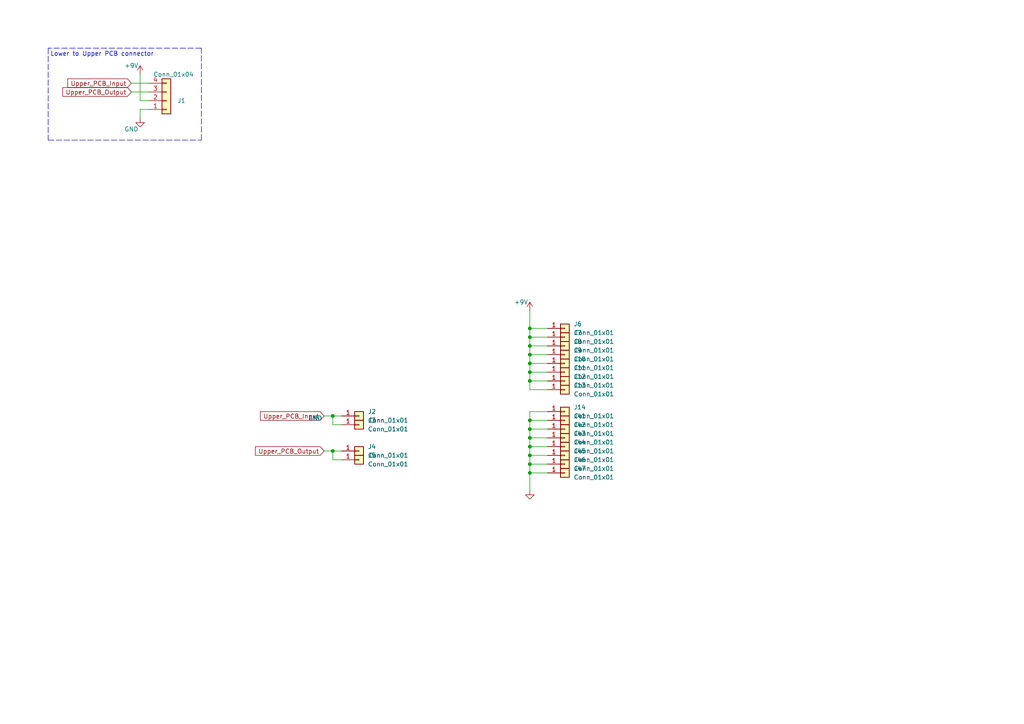
<source format=kicad_sch>
(kicad_sch (version 20211123) (generator eeschema)
  (paper "A4")
  (title_block (title "PedalDev_UpperRaw") (date "2022-02-21") (company "Binary-6"))
  (lib_symbols
    (symbol "Connector_Generic:Conn_01x01" (pin_names (offset 1.016) hide)
      (property "Reference" "J" (at 0 2.54 0))
      (property "Value" "Conn_01x01" (at 0 -2.54 0))
      (symbol "Conn_01x01_1_1"
        (rectangle (start -1.27 0.127) (end 0 -0.127) (stroke (width 0.1524)))
        (rectangle (start -1.27 1.27) (end 1.27 -1.27) (stroke (width 0.254)) (fill (type background)))
        (pin passive line (at -5.08 0 0) (length 3.81) (name "Pin_1") (number "1"))
      )
    )
    (symbol "Connector_Generic:Conn_01x04" (pin_names (offset 1.016) hide)
      (property "Reference" "J" (at 0 5.08 0))
      (property "Value" "Conn_01x04" (at 0 -7.62 0))
      (symbol "Conn_01x04_1_1"
        (rectangle (start -1.27 -4.953) (end 0 -5.207) (stroke (width 0.1524)))
        (rectangle (start -1.27 -2.413) (end 0 -2.667) (stroke (width 0.1524)))
        (rectangle (start -1.27 0.127) (end 0 -0.127) (stroke (width 0.1524)))
        (rectangle (start -1.27 2.667) (end 0 2.413) (stroke (width 0.1524)))
        (rectangle (start -1.27 3.81) (end 1.27 -6.35) (stroke (width 0.254)) (fill (type background)))
        (pin passive line (at -5.08 2.54 0) (length 3.81) (name "Pin_1") (number "1"))
        (pin passive line (at -5.08 0 0) (length 3.81) (name "Pin_2") (number "2"))
        (pin passive line (at -5.08 -2.54 0) (length 3.81) (name "Pin_3") (number "3"))
        (pin passive line (at -5.08 -5.08 0) (length 3.81) (name "Pin_4") (number "4"))
      )
    )
    (symbol "power:+9V" (power) (pin_names (offset 0))
      (property "Value" "+9V" (at 0 3.556 0))
      (symbol "+9V_0_1"
        (polyline (pts (xy -0.762 1.27) (xy 0 2.54)))
        (polyline (pts (xy 0 0) (xy 0 2.54)))
        (polyline (pts (xy 0 2.54) (xy 0.762 1.27)))
      )
      (symbol "+9V_1_1"
        (pin power_in line (at 0 0 90) (length 0) hide (name "+9V") (number "1"))
      )
    )
    (symbol "power:GND" (power) (pin_names (offset 0))
      (property "Value" "GND" (at 0 -3.81 0))
      (symbol "GND_0_1"
        (polyline (pts (xy 0 0) (xy 0 -1.27) (xy 1.27 -1.27) (xy 0 -2.54) (xy -1.27 -1.27) (xy 0 -1.27)))
      )
      (symbol "GND_1_1"
        (pin power_in line (at 0 0 270) (length 0) hide (name "GND") (number "1"))
      )
    )
  )
  (junction (at 153.67 134.62))
  (junction (at 153.67 110.49))
  (junction (at 96.52 120.65))
  (junction (at 153.67 137.16))
  (junction (at 153.67 100.33))
  (junction (at 153.67 105.41))
  (junction (at 153.67 97.79))
  (junction (at 153.67 107.95))
  (junction (at 153.67 129.54))
  (junction (at 96.52 130.81))
  (junction (at 153.67 121.92))
  (junction (at 153.67 127))
  (junction (at 153.67 132.08))
  (junction (at 153.67 95.25))
  (junction (at 153.67 124.46))
  (junction (at 153.67 102.87))
  (polyline (pts (xy 58.42 40.64) (xy 58.42 13.97)))
  (wire (pts (xy 43.18 31.75) (xy 40.64 31.75)))
  (wire (pts (xy 153.67 127) (xy 153.67 129.54)))
  (wire (pts (xy 158.75 107.95) (xy 153.67 107.95)))
  (wire (pts (xy 153.67 119.38) (xy 153.67 121.92)))
  (wire (pts (xy 158.75 110.49) (xy 153.67 110.49)))
  (wire (pts (xy 40.64 21.59) (xy 40.64 29.21)))
  (wire (pts (xy 158.75 100.33) (xy 153.67 100.33)))
  (wire (pts (xy 158.75 124.46) (xy 153.67 124.46)))
  (wire (pts (xy 158.75 102.87) (xy 153.67 102.87)))
  (wire (pts (xy 96.52 123.19) (xy 96.52 120.65)))
  (wire (pts (xy 158.75 97.79) (xy 153.67 97.79)))
  (wire (pts (xy 158.75 129.54) (xy 153.67 129.54)))
  (polyline (pts (xy 13.97 40.64) (xy 58.42 40.64)))
  (wire (pts (xy 158.75 105.41) (xy 153.67 105.41)))
  (wire (pts (xy 99.06 133.35) (xy 96.52 133.35)))
  (wire (pts (xy 153.67 102.87) (xy 153.67 100.33)))
  (polyline (pts (xy 58.42 13.97) (xy 13.97 13.97)))
  (wire (pts (xy 158.75 132.08) (xy 153.67 132.08)))
  (wire (pts (xy 153.67 134.62) (xy 153.67 137.16)))
  (wire (pts (xy 158.75 119.38) (xy 153.67 119.38)))
  (wire (pts (xy 153.67 113.03) (xy 153.67 110.49)))
  (wire (pts (xy 153.67 102.87) (xy 153.67 105.41)))
  (wire (pts (xy 96.52 120.65) (xy 99.06 120.65)))
  (wire (pts (xy 158.75 113.03) (xy 153.67 113.03)))
  (wire (pts (xy 93.98 130.81) (xy 96.52 130.81)))
  (wire (pts (xy 153.67 132.08) (xy 153.67 134.62)))
  (wire (pts (xy 38.1 26.67) (xy 43.18 26.67)))
  (wire (pts (xy 153.67 100.33) (xy 153.67 97.79)))
  (wire (pts (xy 158.75 95.25) (xy 153.67 95.25)))
  (wire (pts (xy 158.75 121.92) (xy 153.67 121.92)))
  (wire (pts (xy 153.67 110.49) (xy 153.67 107.95)))
  (wire (pts (xy 40.64 31.75) (xy 40.64 34.29)))
  (wire (pts (xy 93.98 120.65) (xy 96.52 120.65)))
  (wire (pts (xy 153.67 124.46) (xy 153.67 127)))
  (wire (pts (xy 153.67 142.24) (xy 153.67 137.16)))
  (wire (pts (xy 153.67 97.79) (xy 153.67 95.25)))
  (wire (pts (xy 38.1 24.13) (xy 43.18 24.13)))
  (wire (pts (xy 158.75 127) (xy 153.67 127)))
  (wire (pts (xy 153.67 95.25) (xy 153.67 90.17)))
  (wire (pts (xy 96.52 133.35) (xy 96.52 130.81)))
  (wire (pts (xy 99.06 123.19) (xy 96.52 123.19)))
  (wire (pts (xy 96.52 130.81) (xy 99.06 130.81)))
  (wire (pts (xy 153.67 129.54) (xy 153.67 132.08)))
  (wire (pts (xy 153.67 137.16) (xy 158.75 137.16)))
  (wire (pts (xy 40.64 29.21) (xy 43.18 29.21)))
  (wire (pts (xy 153.67 121.92) (xy 153.67 124.46)))
  (wire (pts (xy 153.67 107.95) (xy 153.67 105.41)))
  (wire (pts (xy 158.75 134.62) (xy 153.67 134.62)))
  (polyline (pts (xy 13.97 13.97) (xy 13.97 40.64)))
  (text "Lower to Upper PCB connector" (at 14.605 16.51 0) (effects (font (size 1.27 1.27)) (justify left bottom)))
  (global_label "Upper_PCB_Input" (shape input) (at 38.1 24.13 180) (property "Intersheet References" "${INTERSHEET_REFS}" (effects hide)))
  (global_label "Upper_PCB_Output" (shape input) (at 93.98 130.81 180) (property "Intersheet References" "${INTERSHEET_REFS}" (effects hide)))
  (global_label "Upper_PCB_Input" (shape input) (at 93.98 120.65 180) (property "Intersheet References" "${INTERSHEET_REFS}" (effects hide)))
  (global_label "Upper_PCB_Output" (shape input) (at 38.1 26.67 180) (property "Intersheet References" "${INTERSHEET_REFS}" (effects hide)))
  (symbol (lib_id "Connector_Generic:Conn_01x01") (at 104.14 133.35 0) (unit 1)
    (property "Reference" "J5" (at 106.68 132.0799 0) (effects (justify left)))
    (property "Value" "Conn_01x01" (at 106.68 134.6199 0) (effects (justify left)))
    (property "Footprint" "MeineBib:Protopin" (effects hide))
  )
  (symbol (lib_id "Connector_Generic:Conn_01x01") (at 163.83 110.49 0) (unit 1)
    (property "Reference" "J12" (at 166.37 109.2199 0) (effects (justify left)))
    (property "Value" "Conn_01x01" (at 166.37 111.7599 0) (effects (justify left)))
    (property "Footprint" "MeineBib:Protopin" (effects hide))
  )
  (symbol (lib_id "Connector_Generic:Conn_01x01") (at 104.14 123.19 0) (unit 1)
    (property "Reference" "J3" (at 106.68 121.9199 0) (effects (justify left)))
    (property "Value" "Conn_01x01" (at 106.68 124.4599 0) (effects (justify left)))
    (property "Footprint" "MeineBib:Protopin" (effects hide))
  )
  (symbol (lib_id "Connector_Generic:Conn_01x01") (at 163.83 100.33 0) (unit 1)
    (property "Reference" "J8" (at 166.37 99.0599 0) (effects (justify left)))
    (property "Value" "Conn_01x01" (at 166.37 101.5999 0) (effects (justify left)))
    (property "Footprint" "MeineBib:Protopin" (effects hide))
  )
  (symbol (lib_id "Connector_Generic:Conn_01x01") (at 163.83 121.92 0) (unit 1)
    (property "Reference" "J41" (at 166.37 120.6499 0) (effects (justify left)))
    (property "Value" "Conn_01x01" (at 166.37 123.1899 0) (effects (justify left)))
    (property "Footprint" "MeineBib:Protopin" (effects hide))
  )
  (symbol (lib_id "Connector_Generic:Conn_01x04") (at 48.26 29.21 0) (mirror x) (unit 1)
    (property "Reference" "J1" (at 51.435 29.2101 0) (effects (justify left)))
    (property "Value" "Conn_01x04" (at 44.45 21.59 0) (effects (justify left)))
    (property "Footprint" "Connector_JST:JST_XH_B4B-XH-A_1x04_P2.50mm_Vertical" (effects hide))
    (property "LCSC" "C144395" (effects hide))
  )
  (symbol (lib_id "power:GND") (at 40.64 34.29 0) (unit 1)
    (property "Reference" "#PWR04" (effects hide))
    (property "Value" "GND" (at 38.1 37.465 0))
  )
  (symbol (lib_id "Connector_Generic:Conn_01x01") (at 163.83 107.95 0) (unit 1)
    (property "Reference" "J11" (at 166.37 106.6799 0) (effects (justify left)))
    (property "Value" "Conn_01x01" (at 166.37 109.2199 0) (effects (justify left)))
    (property "Footprint" "MeineBib:Protopin" (effects hide))
  )
  (symbol (lib_id "Connector_Generic:Conn_01x01") (at 163.83 124.46 0) (unit 1)
    (property "Reference" "J42" (at 166.37 123.1899 0) (effects (justify left)))
    (property "Value" "Conn_01x01" (at 166.37 125.7299 0) (effects (justify left)))
    (property "Footprint" "MeineBib:Protopin" (effects hide))
  )
  (symbol (lib_id "Connector_Generic:Conn_01x01") (at 163.83 97.79 0) (unit 1)
    (property "Reference" "J7" (at 166.37 96.5199 0) (effects (justify left)))
    (property "Value" "Conn_01x01" (at 166.37 99.0599 0) (effects (justify left)))
    (property "Footprint" "MeineBib:Protopin" (effects hide))
  )
  (symbol (lib_id "Connector_Generic:Conn_01x01") (at 163.83 137.16 0) (unit 1)
    (property "Reference" "J47" (at 166.37 135.8899 0) (effects (justify left)))
    (property "Value" "Conn_01x01" (at 166.37 138.4299 0) (effects (justify left)))
    (property "Footprint" "MeineBib:Protopin" (effects hide))
  )
  (symbol (lib_id "Connector_Generic:Conn_01x01") (at 163.83 113.03 0) (unit 1)
    (property "Reference" "J13" (at 166.37 111.7599 0) (effects (justify left)))
    (property "Value" "Conn_01x01" (at 166.37 114.2999 0) (effects (justify left)))
    (property "Footprint" "MeineBib:Protopin" (effects hide))
  )
  (symbol (lib_id "Connector_Generic:Conn_01x01") (at 163.83 105.41 0) (unit 1)
    (property "Reference" "J10" (at 166.37 104.1399 0) (effects (justify left)))
    (property "Value" "Conn_01x01" (at 166.37 106.6799 0) (effects (justify left)))
    (property "Footprint" "MeineBib:Protopin" (effects hide))
  )
  (symbol (lib_id "Connector_Generic:Conn_01x01") (at 163.83 134.62 0) (unit 1)
    (property "Reference" "J46" (at 166.37 133.3499 0) (effects (justify left)))
    (property "Value" "Conn_01x01" (at 166.37 135.8899 0) (effects (justify left)))
    (property "Footprint" "MeineBib:Protopin" (effects hide))
  )
  (symbol (lib_id "Connector_Generic:Conn_01x01") (at 163.83 127 0) (unit 1)
    (property "Reference" "J43" (at 166.37 125.7299 0) (effects (justify left)))
    (property "Value" "Conn_01x01" (at 166.37 128.2699 0) (effects (justify left)))
    (property "Footprint" "MeineBib:Protopin" (effects hide))
  )
  (symbol (lib_id "Connector_Generic:Conn_01x01") (at 104.14 130.81 0) (unit 1)
    (property "Reference" "J4" (at 106.68 129.5399 0) (effects (justify left)))
    (property "Value" "Conn_01x01" (at 106.68 132.0799 0) (effects (justify left)))
    (property "Footprint" "MeineBib:Protopin" (effects hide))
  )
  (symbol (lib_id "Connector_Generic:Conn_01x01") (at 104.14 120.65 0) (unit 1)
    (property "Reference" "J2" (at 106.68 119.3799 0) (effects (justify left)))
    (property "Value" "Conn_01x01" (at 106.68 121.9199 0) (effects (justify left)))
    (property "Footprint" "MeineBib:Protopin" (effects hide))
  )
  (symbol (lib_id "power:GND") (at 153.67 142.24 0) (unit 1)
    (property "Reference" "#PWR0102" (effects hide))
    (property "Value" "GND" (at 91.44 121.285 0))
  )
  (symbol (lib_id "power:+9V") (at 153.67 90.17 0) (unit 1)
    (property "Reference" "#PWR0101" (effects hide))
    (property "Value" "+9V" (at 151.13 87.63 0))
  )
  (symbol (lib_id "Connector_Generic:Conn_01x01") (at 163.83 95.25 0) (unit 1)
    (property "Reference" "J6" (at 166.37 93.9799 0) (effects (justify left)))
    (property "Value" "Conn_01x01" (at 166.37 96.5199 0) (effects (justify left)))
    (property "Footprint" "MeineBib:Protopin" (effects hide))
  )
  (symbol (lib_id "Connector_Generic:Conn_01x01") (at 163.83 132.08 0) (unit 1)
    (property "Reference" "J45" (at 166.37 130.8099 0) (effects (justify left)))
    (property "Value" "Conn_01x01" (at 166.37 133.3499 0) (effects (justify left)))
    (property "Footprint" "MeineBib:Protopin" (effects hide))
  )
  (symbol (lib_id "Connector_Generic:Conn_01x01") (at 163.83 102.87 0) (unit 1)
    (property "Reference" "J9" (at 166.37 101.5999 0) (effects (justify left)))
    (property "Value" "Conn_01x01" (at 166.37 104.1399 0) (effects (justify left)))
    (property "Footprint" "MeineBib:Protopin" (effects hide))
  )
  (symbol (lib_id "power:+9V") (at 40.64 21.59 0) (unit 1)
    (property "Reference" "#PWR03" (effects hide))
    (property "Value" "+9V" (at 38.1 19.05 0))
  )
  (symbol (lib_id "Connector_Generic:Conn_01x01") (at 163.83 119.38 0) (unit 1)
    (property "Reference" "J14" (at 166.37 118.1099 0) (effects (justify left)))
    (property "Value" "Conn_01x01" (at 166.37 120.6499 0) (effects (justify left)))
    (property "Footprint" "MeineBib:Protopin" (effects hide))
  )
  (symbol (lib_id "Connector_Generic:Conn_01x01") (at 163.83 129.54 0) (unit 1)
    (property "Reference" "J44" (at 166.37 128.2699 0) (effects (justify left)))
    (property "Value" "Conn_01x01" (at 166.37 130.8099 0) (effects (justify left)))
    (property "Footprint" "MeineBib:Protopin" (effects hide))
  )
)
</source>
